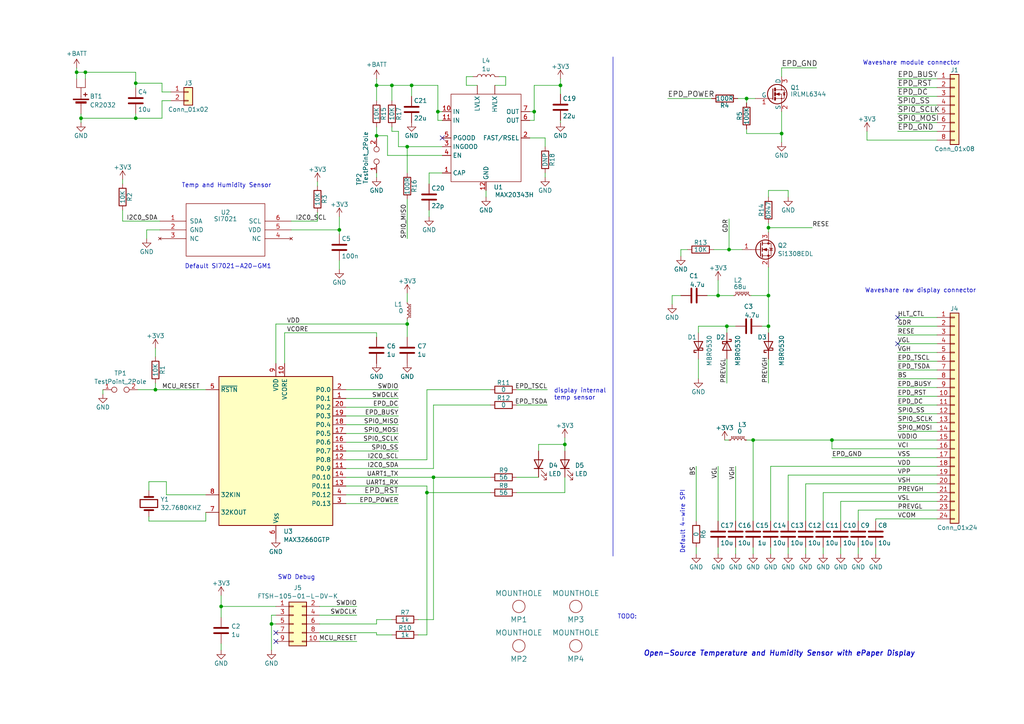
<source format=kicad_sch>
(kicad_sch (version 20230121) (generator eeschema)
  (paper "A4")
  (title_block (date "2023-11-28"))
  (junction (at 210.82 94.615))
  (junction (at 123.825 142.875))
  (junction (at 208.28 85.725))
  (junction (at 64.135 175.895))
  (junction (at 162.56 24.765))
  (junction (at 98.425 66.675))
  (junction (at 222.885 66.04))
  (junction (at 125.73 138.43))
  (junction (at 218.44 127.635))
  (junction (at 39.37 24.13))
  (junction (at 23.495 34.29))
  (junction (at 119.38 24.765))
  (junction (at 22.225 20.955))
  (junction (at 163.83 128.905))
  (junction (at 39.37 34.29))
  (junction (at 222.885 85.725))
  (junction (at 109.22 39.37))
  (junction (at 78.74 180.975))
  (junction (at 45.085 113.03))
  (junction (at 118.11 93.98))
  (junction (at 241.3 127.635))
  (junction (at 127 32.385))
  (junction (at 24.765 20.955))
  (junction (at 216.535 28.575))
  (junction (at 109.22 24.765))
  (junction (at 226.695 38.735))
  (junction (at 118.11 42.545))
  (junction (at 154.94 32.385))
  (junction (at 222.885 94.615))
  (junction (at 113.665 24.765))
  (junction (at 211.455 72.39))
  (no_connect (at 80.01 186.055))
  (no_connect (at 128.27 40.005))
  (no_connect (at 80.01 183.515))
  (no_connect (at 260.35 92.075))
  (no_connect (at 260.35 99.695))
  (wire (pts (xy 146.685 22.225) (xy 146.685 24.765)))
  (wire (pts (xy 128.27 42.545) (xy 118.11 42.545)))
  (wire (pts (xy 142.24 113.03) (xy 123.825 113.03)))
  (wire (pts (xy 100.33 125.73) (xy 115.57 125.73)))
  (wire (pts (xy 39.37 33.02) (xy 39.37 34.29)))
  (wire (pts (xy 243.84 158.75) (xy 243.84 160.655)))
  (wire (pts (xy 46.99 29.21) (xy 46.99 34.29)))
  (wire (pts (xy 118.11 42.545) (xy 118.11 50.165)))
  (wire (pts (xy 118.11 85.09) (xy 118.11 87.63)))
  (wire (pts (xy 92.71 175.895) (xy 103.505 175.895)))
  (wire (pts (xy 100.33 130.81) (xy 115.57 130.81)))
  (wire (pts (xy 127 32.385) (xy 127 34.925)))
  (wire (pts (xy 100.33 133.35) (xy 123.825 133.35)))
  (wire (pts (xy 42.545 66.675) (xy 42.545 69.215)))
  (wire (pts (xy 113.665 184.15) (xy 109.22 184.15)))
  (wire (pts (xy 119.38 24.765) (xy 119.38 27.94)))
  (wire (pts (xy 197.485 72.39) (xy 197.485 74.295)))
  (wire (pts (xy 46.99 26.67) (xy 49.53 26.67)))
  (wire (pts (xy 142.24 117.475) (xy 125.73 117.475)))
  (wire (pts (xy 84.455 64.135) (xy 92.075 64.135)))
  (wire (pts (xy 163.83 128.905) (xy 163.83 130.81)))
  (wire (pts (xy 201.93 135.255) (xy 201.93 151.13)))
  (wire (pts (xy 226.695 32.385) (xy 226.695 38.735)))
  (wire (pts (xy 127 32.385) (xy 128.27 32.385)))
  (wire (pts (xy 163.83 127) (xy 163.83 128.905)))
  (wire (pts (xy 146.685 24.765) (xy 143.51 24.765)))
  (wire (pts (xy 216.535 29.845) (xy 216.535 28.575)))
  (wire (pts (xy 207.01 72.39) (xy 211.455 72.39)))
  (wire (pts (xy 226.695 38.735) (xy 226.695 41.275)))
  (wire (pts (xy 98.425 62.865) (xy 98.425 66.675)))
  (wire (pts (xy 100.33 120.65) (xy 115.57 120.65)))
  (wire (pts (xy 251.46 40.64) (xy 271.78 40.64)))
  (wire (pts (xy 98.425 66.675) (xy 98.425 67.945)))
  (wire (pts (xy 78.74 178.435) (xy 78.74 180.975)))
  (wire (pts (xy 220.98 94.615) (xy 222.885 94.615)))
  (wire (pts (xy 92.71 186.055) (xy 103.505 186.055)))
  (wire (pts (xy 201.93 158.75) (xy 201.93 160.655)))
  (wire (pts (xy 271.78 38.1) (xy 260.35 38.1)))
  (wire (pts (xy 125.73 117.475) (xy 125.73 135.89)))
  (wire (pts (xy 248.92 151.13) (xy 248.92 147.955)))
  (wire (pts (xy 80.01 93.98) (xy 80.01 105.41)))
  (wire (pts (xy 112.395 39.37) (xy 109.22 39.37)))
  (wire (pts (xy 218.44 127.635) (xy 241.3 127.635)))
  (wire (pts (xy 45.085 113.03) (xy 59.69 113.03)))
  (wire (pts (xy 222.885 57.15) (xy 222.885 55.245)))
  (wire (pts (xy 118.11 97.79) (xy 118.11 93.98)))
  (wire (pts (xy 238.76 151.13) (xy 238.76 142.875)))
  (wire (pts (xy 202.565 94.615) (xy 202.565 96.52)))
  (wire (pts (xy 40.005 113.03) (xy 45.085 113.03)))
  (wire (pts (xy 260.35 97.155) (xy 271.78 97.155)))
  (wire (pts (xy 123.825 113.03) (xy 123.825 133.35)))
  (wire (pts (xy 260.35 122.555) (xy 271.78 122.555)))
  (wire (pts (xy 121.285 184.15) (xy 123.825 184.15)))
  (wire (pts (xy 59.69 143.51) (xy 48.26 143.51)))
  (wire (pts (xy 113.665 24.765) (xy 119.38 24.765)))
  (wire (pts (xy 238.76 142.875) (xy 271.78 142.875)))
  (wire (pts (xy 260.35 102.235) (xy 271.78 102.235)))
  (wire (pts (xy 260.35 125.095) (xy 271.78 125.095)))
  (wire (pts (xy 100.33 135.89) (xy 125.73 135.89)))
  (wire (pts (xy 123.825 142.875) (xy 142.24 142.875)))
  (wire (pts (xy 260.35 114.935) (xy 271.78 114.935)))
  (wire (pts (xy 213.36 135.255) (xy 213.36 151.13)))
  (wire (pts (xy 154.94 24.765) (xy 162.56 24.765)))
  (wire (pts (xy 208.28 85.725) (xy 212.725 85.725)))
  (wire (pts (xy 118.11 92.71) (xy 118.11 93.98)))
  (wire (pts (xy 46.99 34.29) (xy 39.37 34.29)))
  (wire (pts (xy 112.395 45.085) (xy 112.395 39.37)))
  (wire (pts (xy 228.6 55.245) (xy 228.6 57.15)))
  (wire (pts (xy 222.885 64.77) (xy 222.885 66.04)))
  (wire (pts (xy 154.94 32.385) (xy 154.94 24.765)))
  (wire (pts (xy 49.53 29.21) (xy 46.99 29.21)))
  (polyline (pts (xy 177.8 16.51) (xy 177.8 161.29)))
  (wire (pts (xy 216.535 127.635) (xy 218.44 127.635)))
  (wire (pts (xy 109.22 24.765) (xy 109.22 29.21)))
  (wire (pts (xy 222.885 94.615) (xy 222.885 96.52)))
  (wire (pts (xy 222.885 77.47) (xy 222.885 85.725)))
  (wire (pts (xy 222.885 66.04) (xy 235.585 66.04)))
  (wire (pts (xy 216.535 28.575) (xy 219.075 28.575)))
  (wire (pts (xy 118.11 57.785) (xy 118.11 69.215)))
  (wire (pts (xy 35.56 60.96) (xy 35.56 64.135)))
  (wire (pts (xy 260.35 112.395) (xy 271.78 112.395)))
  (wire (pts (xy 156.21 128.905) (xy 156.21 130.81)))
  (wire (pts (xy 64.135 175.895) (xy 64.135 179.07)))
  (wire (pts (xy 92.71 180.975) (xy 109.22 180.975)))
  (wire (pts (xy 223.52 158.75) (xy 223.52 160.655)))
  (wire (pts (xy 248.92 158.75) (xy 248.92 160.655)))
  (wire (pts (xy 271.78 33.02) (xy 260.35 33.02)))
  (wire (pts (xy 241.3 127.635) (xy 271.78 127.635)))
  (wire (pts (xy 218.44 158.75) (xy 218.44 160.655)))
  (wire (pts (xy 241.3 130.175) (xy 241.3 127.635)))
  (wire (pts (xy 260.35 99.695) (xy 271.78 99.695)))
  (wire (pts (xy 226.695 22.225) (xy 226.695 19.685)))
  (wire (pts (xy 39.37 20.955) (xy 39.37 24.13)))
  (wire (pts (xy 162.56 24.765) (xy 162.56 27.305)))
  (wire (pts (xy 222.885 55.245) (xy 228.6 55.245)))
  (wire (pts (xy 163.83 138.43) (xy 163.83 142.875)))
  (wire (pts (xy 43.18 149.86) (xy 43.18 151.13)))
  (wire (pts (xy 271.78 35.56) (xy 260.35 35.56)))
  (wire (pts (xy 162.56 22.86) (xy 162.56 24.765)))
  (wire (pts (xy 118.11 93.98) (xy 80.01 93.98)))
  (wire (pts (xy 208.28 135.255) (xy 208.28 151.13)))
  (wire (pts (xy 223.52 151.13) (xy 223.52 135.255)))
  (wire (pts (xy 115.57 38.1) (xy 115.57 42.545)))
  (wire (pts (xy 217.805 85.725) (xy 222.885 85.725)))
  (wire (pts (xy 124.46 60.96) (xy 124.46 62.865)))
  (wire (pts (xy 100.33 143.51) (xy 115.57 143.51)))
  (wire (pts (xy 271.78 22.86) (xy 260.35 22.86)))
  (wire (pts (xy 113.665 36.83) (xy 113.665 38.1)))
  (wire (pts (xy 113.665 38.1) (xy 115.57 38.1)))
  (wire (pts (xy 228.6 151.13) (xy 228.6 137.795)))
  (wire (pts (xy 243.84 145.415) (xy 271.78 145.415)))
  (wire (pts (xy 113.665 179.705) (xy 109.22 179.705)))
  (wire (pts (xy 22.225 20.955) (xy 22.225 22.86)))
  (wire (pts (xy 233.68 151.13) (xy 233.68 140.335)))
  (wire (pts (xy 24.765 20.955) (xy 39.37 20.955)))
  (wire (pts (xy 197.485 85.725) (xy 194.945 85.725)))
  (wire (pts (xy 210.185 127.635) (xy 211.455 127.635)))
  (wire (pts (xy 45.085 100.965) (xy 45.085 103.505)))
  (wire (pts (xy 260.35 94.615) (xy 271.78 94.615)))
  (wire (pts (xy 22.225 19.685) (xy 22.225 20.955)))
  (wire (pts (xy 149.86 113.03) (xy 158.75 113.03)))
  (wire (pts (xy 43.18 139.7) (xy 43.18 142.24)))
  (wire (pts (xy 125.73 138.43) (xy 142.24 138.43)))
  (wire (pts (xy 109.22 179.705) (xy 109.22 180.975)))
  (wire (pts (xy 109.22 96.52) (xy 109.22 97.79)))
  (wire (pts (xy 254 151.13) (xy 254 150.495)))
  (wire (pts (xy 162.56 34.925) (xy 162.56 35.56)))
  (wire (pts (xy 149.86 142.875) (xy 163.83 142.875)))
  (wire (pts (xy 254 150.495) (xy 271.78 150.495)))
  (wire (pts (xy 127 24.765) (xy 119.38 24.765)))
  (wire (pts (xy 92.71 178.435) (xy 103.505 178.435)))
  (wire (pts (xy 29.845 113.03) (xy 29.845 114.3)))
  (wire (pts (xy 158.115 40.005) (xy 158.115 42.545)))
  (wire (pts (xy 241.3 132.715) (xy 271.78 132.715)))
  (wire (pts (xy 113.665 24.765) (xy 113.665 29.21)))
  (wire (pts (xy 163.83 128.905) (xy 156.21 128.905)))
  (wire (pts (xy 22.225 20.955) (xy 24.765 20.955)))
  (wire (pts (xy 109.22 39.37) (xy 109.22 40.005)))
  (wire (pts (xy 109.22 50.165) (xy 109.22 51.435)))
  (wire (pts (xy 222.885 104.14) (xy 222.885 111.125)))
  (wire (pts (xy 271.78 25.4) (xy 260.35 25.4)))
  (wire (pts (xy 35.56 64.135) (xy 46.355 64.135)))
  (wire (pts (xy 128.27 34.925) (xy 127 34.925)))
  (wire (pts (xy 213.995 28.575) (xy 216.535 28.575)))
  (wire (pts (xy 260.35 92.075) (xy 271.78 92.075)))
  (wire (pts (xy 123.825 140.97) (xy 123.825 142.875)))
  (wire (pts (xy 260.35 117.475) (xy 271.78 117.475)))
  (wire (pts (xy 124.46 50.165) (xy 124.46 53.34)))
  (wire (pts (xy 153.67 32.385) (xy 154.94 32.385)))
  (wire (pts (xy 92.71 183.515) (xy 109.22 183.515)))
  (wire (pts (xy 213.36 94.615) (xy 210.82 94.615)))
  (wire (pts (xy 228.6 158.75) (xy 228.6 160.655)))
  (wire (pts (xy 59.69 151.13) (xy 43.18 151.13)))
  (wire (pts (xy 45.085 111.125) (xy 45.085 113.03)))
  (wire (pts (xy 206.375 28.575) (xy 193.675 28.575)))
  (wire (pts (xy 84.455 66.675) (xy 98.425 66.675)))
  (wire (pts (xy 210.82 94.615) (xy 210.82 96.52)))
  (wire (pts (xy 92.075 52.705) (xy 92.075 53.975)))
  (wire (pts (xy 115.57 42.545) (xy 118.11 42.545)))
  (wire (pts (xy 140.97 55.245) (xy 140.97 57.15)))
  (wire (pts (xy 271.78 30.48) (xy 260.35 30.48)))
  (wire (pts (xy 46.99 24.13) (xy 46.99 26.67)))
  (wire (pts (xy 39.37 24.13) (xy 39.37 25.4)))
  (wire (pts (xy 208.28 158.75) (xy 208.28 160.655)))
  (wire (pts (xy 125.73 179.705) (xy 125.73 138.43)))
  (wire (pts (xy 109.22 183.515) (xy 109.22 184.15)))
  (wire (pts (xy 243.84 151.13) (xy 243.84 145.415)))
  (wire (pts (xy 202.565 104.14) (xy 202.565 109.855)))
  (wire (pts (xy 216.535 38.735) (xy 226.695 38.735)))
  (wire (pts (xy 137.16 22.225) (xy 135.255 22.225)))
  (wire (pts (xy 149.86 138.43) (xy 156.21 138.43)))
  (wire (pts (xy 59.69 148.59) (xy 59.69 151.13)))
  (wire (pts (xy 128.27 45.085) (xy 112.395 45.085)))
  (wire (pts (xy 158.115 50.165) (xy 158.115 51.435)))
  (wire (pts (xy 233.68 140.335) (xy 271.78 140.335)))
  (wire (pts (xy 82.55 105.41) (xy 82.55 96.52)))
  (wire (pts (xy 109.22 36.83) (xy 109.22 39.37)))
  (wire (pts (xy 100.33 138.43) (xy 125.73 138.43)))
  (wire (pts (xy 153.67 40.005) (xy 158.115 40.005)))
  (wire (pts (xy 123.825 142.875) (xy 123.825 184.15)))
  (wire (pts (xy 23.495 34.29) (xy 23.495 35.56)))
  (wire (pts (xy 92.075 64.135) (xy 92.075 61.595)))
  (wire (pts (xy 100.33 118.11) (xy 115.57 118.11)))
  (wire (pts (xy 46.99 24.13) (xy 39.37 24.13)))
  (wire (pts (xy 100.33 146.05) (xy 115.57 146.05)))
  (wire (pts (xy 194.945 85.725) (xy 194.945 88.265)))
  (wire (pts (xy 199.39 72.39) (xy 197.485 72.39)))
  (wire (pts (xy 260.35 120.015) (xy 271.78 120.015)))
  (wire (pts (xy 128.27 50.165) (xy 124.46 50.165)))
  (wire (pts (xy 241.3 130.175) (xy 271.78 130.175)))
  (wire (pts (xy 238.76 158.75) (xy 238.76 160.655)))
  (wire (pts (xy 254 158.75) (xy 254 160.655)))
  (wire (pts (xy 248.92 147.955) (xy 271.78 147.955)))
  (wire (pts (xy 23.495 33.02) (xy 23.495 34.29)))
  (wire (pts (xy 78.74 180.975) (xy 80.01 180.975)))
  (wire (pts (xy 35.56 52.07) (xy 35.56 53.34)))
  (wire (pts (xy 46.355 66.675) (xy 42.545 66.675)))
  (wire (pts (xy 23.495 34.29) (xy 39.37 34.29)))
  (wire (pts (xy 100.33 128.27) (xy 115.57 128.27)))
  (wire (pts (xy 78.74 180.975) (xy 78.74 188.595)))
  (wire (pts (xy 222.885 66.04) (xy 222.885 67.31)))
  (wire (pts (xy 222.885 85.725) (xy 222.885 94.615)))
  (wire (pts (xy 260.35 107.315) (xy 271.78 107.315)))
  (wire (pts (xy 210.82 104.14) (xy 210.82 111.125)))
  (wire (pts (xy 48.26 139.7) (xy 43.18 139.7)))
  (wire (pts (xy 100.33 140.97) (xy 123.825 140.97)))
  (wire (pts (xy 64.135 186.69) (xy 64.135 188.595)))
  (wire (pts (xy 24.765 22.86) (xy 24.765 20.955)))
  (wire (pts (xy 153.67 34.925) (xy 154.94 34.925)))
  (wire (pts (xy 121.285 179.705) (xy 125.73 179.705)))
  (wire (pts (xy 82.55 96.52) (xy 109.22 96.52)))
  (wire (pts (xy 144.78 22.225) (xy 146.685 22.225)))
  (wire (pts (xy 80.01 178.435) (xy 78.74 178.435)))
  (wire (pts (xy 233.68 158.75) (xy 233.68 160.655)))
  (wire (pts (xy 223.52 135.255) (xy 271.78 135.255)))
  (wire (pts (xy 48.26 143.51) (xy 48.26 139.7)))
  (wire (pts (xy 260.35 109.855) (xy 271.78 109.855)))
  (wire (pts (xy 213.36 158.75) (xy 213.36 160.655)))
  (wire (pts (xy 98.425 78.105) (xy 98.425 75.565)))
  (wire (pts (xy 149.86 117.475) (xy 158.75 117.475)))
  (wire (pts (xy 154.94 34.925) (xy 154.94 32.385)))
  (wire (pts (xy 80.01 175.895) (xy 64.135 175.895)))
  (wire (pts (xy 260.35 104.775) (xy 271.78 104.775)))
  (wire (pts (xy 100.33 113.03) (xy 115.57 113.03)))
  (wire (pts (xy 226.695 19.685) (xy 236.855 19.685)))
  (wire (pts (xy 211.455 72.39) (xy 215.265 72.39)))
  (wire (pts (xy 64.135 172.72) (xy 64.135 175.895)))
  (wire (pts (xy 210.82 94.615) (xy 202.565 94.615)))
  (wire (pts (xy 271.78 27.94) (xy 260.35 27.94)))
  (wire (pts (xy 100.33 123.19) (xy 115.57 123.19)))
  (wire (pts (xy 205.105 85.725) (xy 208.28 85.725)))
  (wire (pts (xy 100.33 115.57) (xy 115.57 115.57)))
  (wire (pts (xy 135.255 24.765) (xy 138.43 24.765)))
  (wire (pts (xy 251.46 40.64) (xy 251.46 38.1)))
  (wire (pts (xy 135.255 22.225) (xy 135.255 24.765)))
  (wire (pts (xy 216.535 37.465) (xy 216.535 38.735)))
  (wire (pts (xy 218.44 151.13) (xy 218.44 127.635)))
  (wire (pts (xy 127 24.765) (xy 127 32.385)))
  (wire (pts (xy 109.22 24.765) (xy 113.665 24.765)))
  (wire (pts (xy 228.6 137.795) (xy 271.78 137.795)))
  (wire (pts (xy 208.28 81.28) (xy 208.28 85.725)))
  (wire (pts (xy 109.22 24.765) (xy 109.22 22.86)))
  (wire (pts (xy 211.455 63.5) (xy 211.455 72.39)))
  (text "Default 4-wire SPI" (at 198.755 160.655 90) (effects (font (size 1.27 1.27)) (justify left bottom)))
  (text "Open-Source Temperature and Humidity Sensor with ePaper Display" (at 265.43 190.5 0) (effects (font (size 1.5 1.5) (thickness 0.254) bold italic) (justify right bottom)))
  (text "display internal\ntemp sensor" (at 160.655 116.205 0) (effects (font (size 1.27 1.27)) (justify left bottom)))
  (text "Temp and Humidity Sensor" (at 78.74 54.61 0) (effects (font (size 1.27 1.27)) (justify right bottom)))
  (text "Waveshare module connector" (at 250.19 19.05 0) (effects (font (size 1.27 1.27)) (justify left bottom)))
  (text "TODO: \n" (at 179.07 179.705 0) (effects (font (size 1.27 1.27)) (justify left bottom)))
  (text "Waveshare raw display connector" (at 250.825 85.09 0) (effects (font (size 1.27 1.27)) (justify left bottom)))
  (text "SWD Debug" (at 91.44 168.275 0) (effects (font (size 1.27 1.27)) (justify right bottom)))
  (text "Default SI7021-A20-GM1" (at 78.74 78.105 0) (effects (font (size 1.27 1.27)) (justify right bottom)))
  (label "VSH" (at 260.35 140.335 0))
  (label "PREVGL" (at 210.82 111.125 90))
  (label "EPD_BUSY" (at 260.35 112.395 0))
  (label "SPI0_SS" (at 115.57 130.81 180))
  (label "PREVGH" (at 260.35 142.875 0))
  (label "EPD_POWER" (at 115.57 146.05 180))
  (label "SPI0_MOSI" (at 260.35 35.56 0) (effects (font (size 1.524 1.524))))
  (label "VDD" (at 83.185 93.98 0))
  (label "VPP" (at 260.35 137.795 0))
  (label "SPI0_MOSI" (at 260.35 125.095 0))
  (label "I2C0_SDA" (at 115.57 135.89 180))
  (label "PREVGL" (at 260.35 147.955 0))
  (label "BS" (at 260.35 109.855 0))
  (label "EPD_DC" (at 260.35 27.94 0) (effects (font (size 1.524 1.524))))
  (label "SPI0_SCLK" (at 260.35 33.02 0) (effects (font (size 1.524 1.524))))
  (label "UART1_TX" (at 115.57 138.43 180))
  (label "EPD_RST" (at 115.57 143.51 180) (effects (font (size 1.524 1.524))))
  (label "EPD_GND" (at 260.35 38.1 0) (effects (font (size 1.524 1.524))))
  (label "SWDIO" (at 115.57 113.03 180))
  (label "MCU_RESET" (at 46.99 113.03 0))
  (label "VGH" (at 213.36 135.255 270))
  (label "VCI" (at 260.35 130.175 0))
  (label "GDR" (at 211.455 63.5 270))
  (label "VGH" (at 260.35 102.235 0))
  (label "I2C0_SCL" (at 115.57 133.35 180))
  (label "EPD_DC" (at 260.35 117.475 0))
  (label "SWDCLK" (at 115.57 115.57 180))
  (label "VSS" (at 260.35 132.715 0))
  (label "SPI0_SCLK" (at 260.35 122.555 0))
  (label "HLT_CTL" (at 260.35 92.075 0))
  (label "I2C0_SDA" (at 45.72 64.135 180))
  (label "VDDIO" (at 260.35 127.635 0))
  (label "VSL" (at 260.35 145.415 0))
  (label "EPD_TSCL" (at 260.35 104.775 0))
  (label "EPD_RST" (at 260.35 25.4 0) (effects (font (size 1.524 1.524))))
  (label "PREVGH" (at 222.885 111.125 90))
  (label "EPD_RST" (at 260.35 114.935 0))
  (label "SPI0_SCLK" (at 115.57 128.27 180))
  (label "SPI0_MOSI" (at 115.57 125.73 180))
  (label "VDD" (at 260.35 135.255 0))
  (label "EPD_GND" (at 226.695 19.685 0) (effects (font (size 1.524 1.524))))
  (label "VGL" (at 208.28 135.255 270))
  (label "EPD_GND" (at 241.3 132.715 0))
  (label "SPI0_MISO" (at 115.57 123.19 180))
  (label "SPI0_SS" (at 260.35 30.48 0) (effects (font (size 1.524 1.524))))
  (label "I2C0_SCL" (at 85.725 64.135 0))
  (label "GDR" (at 260.35 94.615 0))
  (label "SPI0_MISO" (at 118.11 69.215 90))
  (label "EPD_DC" (at 115.57 118.11 180))
  (label "EPD_TSDA" (at 260.35 107.315 0))
  (label "RESE" (at 235.585 66.04 0))
  (label "VGL" (at 260.35 99.695 0))
  (label "SWDCLK" (at 103.505 178.435 180))
  (label "SWDIO" (at 103.505 175.895 180))
  (label "EPD_BUSY" (at 115.57 120.65 180))
  (label "VCORE" (at 83.185 96.52 0))
  (label "MCU_RESET" (at 103.505 186.055 180))
  (label "EPD_TSCL" (at 158.75 113.03 180))
  (label "UART1_RX" (at 115.57 140.97 180))
  (label "EPD_POWER" (at 193.675 28.575 0) (effects (font (size 1.524 1.524))))
  (label "VCOM" (at 260.35 150.495 0))
  (label "RESE" (at 260.35 97.155 0))
  (label "EPD_TSDA" (at 158.75 117.475 180))
  (label "SPI0_SS" (at 260.35 120.015 0))
  (label "EPD_BUSY" (at 260.35 22.86 0) (effects (font (size 1.524 1.524))))
  (label "BS" (at 201.93 135.255 270))
  (symbol (lib_id "TemperatureHumidityEPD-rescue:SI7021") (at 65.405 66.675 0) (unit 1)
    (property "Reference" "U2" (at 65.405 61.595 0))
    (property "Value" "SI7021" (at 65.405 63.5 0))
    (property "Footprint" "Silabs_custom:SI7021" (effects hide))
    (property "Datasheet" "https://www.silabs.com/documents/public/data-sheets/Si7021-A20.pdf" (effects hide))
    (property "Part Number" "SI7021-A20-GM1" (effects hide))
    (property "Description" "IC, temperature and humidity sensor, SMT, DFN6_3x3" (effects hide))
  )
  (symbol (lib_id "TemperatureHumidityEPD-rescue:R") (at 35.56 57.15 0) (unit 1)
    (property "Reference" "R2" (at 37.592 57.15 90))
    (property "Value" "10K" (at 35.56 57.15 90))
    (property "Footprint" "Resistor_SMD:R_0603_1608Metric_Pad0.98x0.95mm_HandSolder" (effects hide))
    (property "Description" "resistor, 10k, 0.1W, thin film, 1%, 50ppm, SMT, 0603 (1603)" (effects hide))
    (property "Part Number" "RT0603FRE0710KL" (effects hide))
  )
  (symbol (lib_id "TemperatureHumidityEPD-rescue:R") (at 92.075 57.785 0) (unit 1)
    (property "Reference" "R3" (at 94.107 57.785 90))
    (property "Value" "10K" (at 92.075 57.785 90))
    (property "Footprint" "Resistor_SMD:R_0603_1608Metric_Pad0.98x0.95mm_HandSolder" (effects hide))
    (property "Description" "resistor, 10k, 0.1W, thin film, 1%, 50ppm, SMT, 0603 (1603)" (effects hide))
    (property "Part Number" "RT0603FRE0710KL" (effects hide))
  )
  (symbol (lib_id "TemperatureHumidityEPD-rescue:Conn_01x02") (at 54.61 26.67 0) (unit 1)
    (property "Reference" "J3" (at 54.61 24.13 0))
    (property "Value" "Conn_01x02" (at 54.61 31.75 0))
    (property "Footprint" "Pin_Headers:Pin_Header_Straight_1x02_Pitch2.54mm" (effects hide))
  )
  (symbol (lib_id "Connectors_Custom:Battery_Cell_Holder") (at 23.495 30.48 0) (unit 1)
    (property "Reference" "BT1" (at 26.035 27.94 0) (effects (justify left)))
    (property "Value" "CR2032" (at 26.035 30.48 0) (effects (justify left)))
    (property "Footprint" "Connectors_Custom:BatteryHolder_TE_BATT-HLD-000_1x2032" (effects hide))
    (property "Part Number" "BAT-HLD-001" (effects hide))
  )
  (symbol (lib_id "TemperatureHumidityEPD-rescue:GND") (at 23.495 35.56 0) (unit 1)
    (property "Reference" "#PWR02" (effects hide))
    (property "Value" "GND" (at 23.495 39.37 0))
  )
  (symbol (lib_id "TemperatureHumidityEPD-rescue:+3V3") (at 35.56 52.07 0) (unit 1)
    (property "Reference" "#PWR06" (effects hide))
    (property "Value" "+3V3" (at 35.56 48.514 0))
  )
  (symbol (lib_id "TemperatureHumidityEPD-rescue:+3V3") (at 92.075 52.705 0) (unit 1)
    (property "Reference" "#PWR07" (effects hide))
    (property "Value" "+3V3" (at 92.075 49.149 0))
  )
  (symbol (lib_id "TemperatureHumidityEPD-rescue:C") (at 39.37 29.21 0) (unit 1)
    (property "Reference" "C4" (at 40.005 26.67 0) (effects (justify left)))
    (property "Value" "10u" (at 40.005 31.75 0) (effects (justify left)))
    (property "Footprint" "Capacitor_SMD:C_0603_1608Metric_Pad1.08x0.95mm_HandSolder" (effects hide))
    (property "Description" "capacitor, 10u, 10%, 10V, ceramic, X7T, SMT, 0603 (1608)" (effects hide))
    (property "Part Number" "GRM188D71A106KA73J" (effects hide))
  )
  (symbol (lib_id "TemperatureHumidityEPD-rescue:Conn_01x08") (at 276.86 30.48 0) (unit 1)
    (property "Reference" "J1" (at 276.86 20.32 0))
    (property "Value" "Conn_01x08" (at 276.86 43.18 0))
    (property "Footprint" "Pin_Headers:Pin_Header_Straight_1x08_Pitch2.54mm" (effects hide))
  )
  (symbol (lib_id "TemperatureHumidityEPD-rescue:+3V3") (at 251.46 38.1 0) (unit 1)
    (property "Reference" "#PWR08" (effects hide))
    (property "Value" "+3V3" (at 251.46 34.544 0))
  )
  (symbol (lib_id "TemperatureHumidityEPD-rescue:GND") (at 226.695 41.275 0) (unit 1)
    (property "Reference" "#PWR09" (effects hide))
    (property "Value" "GND" (at 226.695 45.085 0))
  )
  (symbol (lib_id "TemperatureHumidityEPD-rescue:+3V3") (at 98.425 62.865 0) (unit 1)
    (property "Reference" "#PWR013" (effects hide))
    (property "Value" "+3V3" (at 98.425 59.309 0))
  )
  (symbol (lib_id "TemperatureHumidityEPD-rescue:GND") (at 42.545 69.215 0) (unit 1)
    (property "Reference" "#PWR014" (effects hide))
    (property "Value" "GND" (at 42.545 73.025 0))
  )
  (symbol (lib_id "TemperatureHumidityEPD-rescue:C") (at 98.425 71.755 0) (unit 1)
    (property "Reference" "C5" (at 99.06 69.215 0) (effects (justify left)))
    (property "Value" "100n" (at 99.06 74.295 0) (effects (justify left)))
    (property "Footprint" "Capacitor_SMD:C_0603_1608Metric_Pad1.08x0.95mm_HandSolder" (effects hide))
    (property "Description" "capacitor, 0.1u, 5%, 16V, ceramic, X7R, SMT, 0603 (1608)" (effects hide))
    (property "Part Number" "C0603C104K3RACTU" (effects hide))
  )
  (symbol (lib_id "TemperatureHumidityEPD-rescue:GND") (at 98.425 78.105 0) (unit 1)
    (property "Reference" "#PWR017" (effects hide))
    (property "Value" "GND" (at 98.425 81.915 0))
  )
  (symbol (lib_id "TemperatureHumidityEPD-rescue:MOUNTHOLE") (at 150.495 175.895 0) (unit 1)
    (property "Reference" "MP1" (at 150.495 179.705 0) (effects (font (size 1.524 1.524))))
    (property "Value" "MOUNTHOLE" (at 150.495 172.085 0) (effects (font (size 1.524 1.524))))
    (property "Footprint" "KevinLibrary:TH-M3" (effects hide))
  )
  (symbol (lib_id "TemperatureHumidityEPD-rescue:MOUNTHOLE") (at 167.005 175.895 0) (unit 1)
    (property "Reference" "MP3" (at 167.005 179.705 0) (effects (font (size 1.524 1.524))))
    (property "Value" "MOUNTHOLE" (at 167.005 172.085 0) (effects (font (size 1.524 1.524))))
    (property "Footprint" "KevinLibrary:TH-M3" (effects hide))
  )
  (symbol (lib_id "TemperatureHumidityEPD-rescue:MOUNTHOLE") (at 150.495 187.325 0) (unit 1)
    (property "Reference" "MP2" (at 150.495 191.135 0) (effects (font (size 1.524 1.524))))
    (property "Value" "MOUNTHOLE" (at 150.495 183.515 0) (effects (font (size 1.524 1.524))))
    (property "Footprint" "KevinLibrary:TH-M3" (effects hide))
  )
  (symbol (lib_id "TemperatureHumidityEPD-rescue:MOUNTHOLE") (at 167.005 187.325 0) (unit 1)
    (property "Reference" "MP4" (at 167.005 191.135 0) (effects (font (size 1.524 1.524))))
    (property "Value" "MOUNTHOLE" (at 167.005 183.515 0) (effects (font (size 1.524 1.524))))
    (property "Footprint" "KevinLibrary:TH-M3" (effects hide))
  )
  (symbol (lib_id "TemperatureHumidityEPD-rescue:IRLML6344") (at 224.155 27.305 0) (unit 1)
    (property "Reference" "Q1" (at 229.235 25.4 0) (effects (justify left)))
    (property "Value" "IRLML6344" (at 229.235 27.305 0) (effects (justify left)))
    (property "Footprint" "TO_SOT_Packages_SMD:SOT-23" (effects hide))
    (property "Part Number" "IRLML6344TRPBF" (effects hide))
    (property "Description" "mosfet, n-ch, 30Vds, 5A, 29mohm, 800mVth, SOT-23-3" (effects hide))
  )
  (symbol (lib_id "TemperatureHumidityEPD-rescue:R") (at 210.185 28.575 270) (unit 1)
    (property "Reference" "R4" (at 210.185 30.607 90))
    (property "Value" "100R" (at 210.185 28.575 90))
    (property "Footprint" "Resistor_SMD:R_0603_1608Metric_Pad0.98x0.95mm_HandSolder" (effects hide))
    (property "Description" "resistor, 100, 0.1W, thin film, 1%, 50ppm, SMT, 0603 (1603)" (effects hide))
    (property "Part Number" "RT0603FRE07100RL" (effects hide))
  )
  (symbol (lib_id "TemperatureHumidityEPD-rescue:R") (at 216.535 33.655 180) (unit 1)
    (property "Reference" "R5" (at 214.503 33.655 90))
    (property "Value" "100K" (at 216.535 33.655 90))
    (property "Footprint" "Resistor_SMD:R_0603_1608Metric_Pad0.98x0.95mm_HandSolder" (effects hide))
    (property "Description" "resistor, 100k, 0.1W, thin film, 1%, 50ppm, SMT, 0603 (1603)" (effects hide))
    (property "Part Number" "RT0603FRE07100KL" (effects hide))
  )
  (symbol (lib_id "TemperatureHumidityEPD-rescue:+3V3") (at 64.135 172.72 0) (unit 1)
    (property "Reference" "#PWR010" (effects hide))
    (property "Value" "+3V3" (at 64.135 169.164 0))
  )
  (symbol (lib_id "TemperatureHumidityEPD-rescue:GND") (at 109.22 105.41 0) (unit 1)
    (property "Reference" "#PWR020" (effects hide))
    (property "Value" "GND" (at 109.22 109.22 0))
  )
  (symbol (lib_id "power:+BATT") (at 109.22 22.86 0) (unit 1)
    (property "Reference" "#PWR016" (effects hide))
    (property "Value" "+BATT" (at 109.22 18.7269 0))
  )
  (symbol (lib_id "TemperatureHumidityEPD-rescue:C") (at 233.68 154.94 0) (unit 1)
    (property "Reference" "C12" (at 234.315 152.4 0) (effects (justify left)))
    (property "Value" "10u" (at 234.315 157.48 0) (effects (justify left)))
    (property "Footprint" "Capacitor_SMD:C_0603_1608Metric_Pad1.08x0.95mm_HandSolder" (effects hide))
    (property "Description" "capacitor, 10u, 10%, 10V, ceramic, X7T, SMT, 0603 (1608)" (effects hide))
    (property "Part Number" "GRM188D71A106KA73J" (effects hide))
  )
  (symbol (lib_id "TemperatureHumidityEPD-rescue:C") (at 243.84 154.94 0) (unit 1)
    (property "Reference" "C10" (at 244.475 152.4 0) (effects (justify left)))
    (property "Value" "10u" (at 244.475 157.48 0) (effects (justify left)))
    (property "Footprint" "Capacitor_SMD:C_0603_1608Metric_Pad1.08x0.95mm_HandSolder" (effects hide))
    (property "Description" "capacitor, 10u, 10%, 10V, ceramic, X7T, SMT, 0603 (1608)" (effects hide))
    (property "Part Number" "GRM188D71A106KA73J" (effects hide))
  )
  (symbol (lib_id "TemperatureHumidityEPD-rescue:GND") (at 140.97 57.15 0) (unit 1)
    (property "Reference" "#PWR039" (effects hide))
    (property "Value" "GND" (at 140.97 60.96 0))
  )
  (symbol (lib_id "TemperatureHumidityEPD-rescue:C") (at 201.295 85.725 90) (unit 1)
    (property "Reference" "C1" (at 202.565 80.01 90) (effects (justify left)))
    (property "Value" "4.7u" (at 204.47 82.55 90) (effects (justify left)))
    (property "Footprint" "Capacitors_SMD:C_0805_HandSoldering" (effects hide))
    (property "Description" "capacitor, 4.7u, 10%, 25V, ceramic, X7S, SMT, 0805 (2012)" (effects hide))
    (property "Part Number" "GRM21BC71E475KE11L" (effects hide))
  )
  (symbol (lib_id "Connector:TestPoint_2Pole") (at 34.925 113.03 0) (unit 1)
    (property "Reference" "TP1" (at 34.925 108.2507 0))
    (property "Value" "TestPoint_2Pole" (at 34.925 110.6749 0))
    (property "Footprint" "TestPoint:TestPoint_Bridge_Pitch2.54mm_Drill1.0mm" (effects hide))
  )
  (symbol (lib_id "TemperatureHumidityEPD-rescue:R") (at 45.085 107.315 0) (unit 1)
    (property "Reference" "R1" (at 47.117 107.315 90))
    (property "Value" "10K" (at 45.085 107.315 90))
    (property "Footprint" "Resistor_SMD:R_0603_1608Metric_Pad0.98x0.95mm_HandSolder" (effects hide))
    (property "Description" "resistor, 10k, 0.1W, thin film, 1%, 50ppm, SMT, 0603 (1603)" (effects hide))
    (property "Part Number" "RT0603FRE0710KL" (effects hide))
  )
  (symbol (lib_id "TemperatureHumidityEPD-rescue:R") (at 118.11 53.975 0) (unit 1)
    (property "Reference" "R16" (at 120.142 53.975 90))
    (property "Value" "100R" (at 118.11 53.975 90))
    (property "Footprint" "Resistor_SMD:R_0603_1608Metric_Pad0.98x0.95mm_HandSolder" (effects hide))
    (property "Description" "resistor, 100, 0.1W, thin film, 1%, 50ppm, SMT, 0603 (1603)" (effects hide))
    (property "Part Number" "RT0603FRE07100RL" (effects hide))
  )
  (symbol (lib_id "TemperatureHumidityEPD-rescue:R") (at 203.2 72.39 90) (unit 1)
    (property "Reference" "R13" (at 203.2 70.358 90))
    (property "Value" "10K" (at 203.2 72.39 90))
    (property "Footprint" "Resistor_SMD:R_0603_1608Metric_Pad0.98x0.95mm_HandSolder" (effects hide))
    (property "Description" "resistor, 10k, 0.1W, thin film, 1%, 50ppm, SMT, 0603 (1603)" (effects hide))
    (property "Part Number" "RT0603FRE0710KL" (effects hide))
  )
  (symbol (lib_id "Device:L") (at 140.97 22.225 90) (unit 1)
    (property "Reference" "L4" (at 140.97 17.5754 90))
    (property "Value" "1u" (at 140.97 19.9996 90))
    (property "Footprint" "Inductors_Custom:L_0805_2016Metric" (effects hide))
    (property "Datasheet" "https://product.tdk.com/system/files/dam/doc/product/inductor/inductor/smd/catalog/inductor_commercial_power_mlp2016_en.pdf" (effects hide))
    (property "Description" "inductor, 1u, 20%, 1A, 117mohm, SMD, 0806 (2016)" (effects hide))
    (property "Part Number" "MLP2016S1R0MT0S1" (effects hide))
  )
  (symbol (lib_id "TemperatureHumidityEPD-rescue:C") (at 213.36 154.94 0) (unit 1)
    (property "Reference" "C16" (at 213.995 152.4 0) (effects (justify left)))
    (property "Value" "10u" (at 213.995 157.48 0) (effects (justify left)))
    (property "Footprint" "Capacitor_SMD:C_0603_1608Metric_Pad1.08x0.95mm_HandSolder" (effects hide))
    (property "Description" "capacitor, 10u, 10%, 10V, ceramic, X7T, SMT, 0603 (1608)" (effects hide))
    (property "Part Number" "GRM188D71A106KA73J" (effects hide))
  )
  (symbol (lib_id "TemperatureHumidityEPD-rescue:GND") (at 80.01 156.21 0) (unit 1)
    (property "Reference" "#PWR03" (effects hide))
    (property "Value" "GND" (at 80.01 160.02 0))
  )
  (symbol (lib_id "TemperatureHumidityEPD-rescue:R") (at 146.05 113.03 90) (unit 1)
    (property "Reference" "R11" (at 146.05 110.998 90))
    (property "Value" "0" (at 146.05 113.03 90))
    (property "Footprint" "Resistor_SMD:R_0603_1608Metric_Pad0.98x0.95mm_HandSolder" (effects hide))
    (property "Part Number" "RCS06030000Z0EC" (effects hide))
    (property "Description" "resistor, 0, 0.25W, thick film, SMT, 0603 (1608)" (effects hide))
  )
  (symbol (lib_id "TemperatureHumidityEPD-rescue:GND") (at 228.6 160.655 0) (unit 1)
    (property "Reference" "#PWR027" (effects hide))
    (property "Value" "GND" (at 228.6 164.465 0))
  )
  (symbol (lib_id "TemperatureHumidityEPD-rescue:C") (at 124.46 57.15 0) (unit 1)
    (property "Reference" "C20" (at 125.095 54.61 0) (effects (justify left)))
    (property "Value" "22p" (at 125.095 59.69 0) (effects (justify left)))
    (property "Footprint" "Capacitor_SMD:C_0603_1608Metric_Pad1.08x0.95mm_HandSolder" (effects hide))
    (property "Description" "capacitor, 22p, 5%, 50V, ceramic, C0G, SMT, 0603 (1608)" (effects hide))
    (property "Part Number" "CC0603JRNPO9BN220" (effects hide))
  )
  (symbol (lib_id "TemperatureHumidityEPD-rescue:R") (at 146.05 142.875 90) (unit 1)
    (property "Reference" "R8" (at 146.05 140.843 90))
    (property "Value" "56" (at 146.05 142.875 90))
    (property "Footprint" "Resistor_SMD:R_0603_1608Metric_Pad0.98x0.95mm_HandSolder" (effects hide))
    (property "Part Number" "RC0603FR-0756RL" (effects hide))
    (property "Description" "resistor, 56, 0.1W, thick film, 1%, SMT, 0603 (1608)" (effects hide))
  )
  (symbol (lib_id "Device:C") (at 218.44 154.94 0) (unit 1)
    (property "Reference" "C15" (at 219.075 152.4 0) (effects (justify left)))
    (property "Value" "1u" (at 219.71 157.48 0) (effects (justify left)))
    (property "Footprint" "Capacitor_SMD:C_0603_1608Metric_Pad1.08x0.95mm_HandSolder" (effects hide))
    (property "Description" "capacitor, 1u, 10%, 10V, ceramic, X7R, SMT, 0603 (1608)" (effects hide))
    (property "Part Number" "C1608X7R1A105K080AC" (effects hide))
  )
  (symbol (lib_id "TemperatureHumidityEPD-rescue:R") (at 146.05 117.475 90) (unit 1)
    (property "Reference" "R12" (at 146.05 115.443 90))
    (property "Value" "0" (at 146.05 117.475 90))
    (property "Footprint" "Resistor_SMD:R_0603_1608Metric_Pad0.98x0.95mm_HandSolder" (effects hide))
    (property "Part Number" "RCS06030000Z0EC" (effects hide))
    (property "Description" "resistor, 0, 0.25W, thick film, SMT, 0603 (1608)" (effects hide))
  )
  (symbol (lib_id "TemperatureHumidityEPD-rescue:GND") (at 201.93 160.655 0) (unit 1)
    (property "Reference" "#PWR032" (effects hide))
    (property "Value" "GND" (at 201.93 164.465 0))
  )
  (symbol (lib_id "Diode:MBR0530") (at 202.565 100.33 90) (unit 1)
    (property "Reference" "D1" (at 199.39 97.79 90) (effects (justify right)))
    (property "Value" "MBR0530" (at 205.74 97.155 0) (effects (justify right)))
    (property "Footprint" "Diode_SMD:D_SOD-123" (effects hide))
    (property "Datasheet" "http://www.mccsemi.com/up_pdf/MBR0520~MBR0580(SOD123).pdf" (effects hide))
    (property "Description" "diode, Schottky, 30Vr, 0.5A, SMT, SOD-123-3" (effects hide))
    (property "Part Number" "MBR0530T1G" (effects hide))
  )
  (symbol (lib_id "TemperatureHumidityEPD-rescue:GND") (at 243.84 160.655 0) (unit 1)
    (property "Reference" "#PWR024" (effects hide))
    (property "Value" "GND" (at 243.84 164.465 0))
  )
  (symbol (lib_id "TemperatureHumidityEPD-rescue:GND") (at 197.485 74.295 0) (unit 1)
    (property "Reference" "#PWR019" (effects hide))
    (property "Value" "GND" (at 197.485 78.105 0))
  )
  (symbol (lib_id "TemperatureHumidityEPD-rescue:L_Core_Ferrite_Small") (at 118.11 90.17 0) (unit 1)
    (property "Reference" "L1" (at 114.3 88.265 0) (effects (justify left)))
    (property "Value" "0" (at 115.57 90.17 0) (effects (justify left)))
    (property "Footprint" "Resistor_SMD:R_0603_1608Metric_Pad0.98x0.95mm_HandSolder" (effects hide))
    (property "Description" "resistor, 0, 0.25W, thick film, SMT, 0603 (1608)" (effects hide))
    (property "Part Number" "RCS06030000Z0EC" (effects hide))
  )
  (symbol (lib_id "MCU_AnalogDevices_local:MAX32660GTP") (at 80.01 130.81 0) (unit 1)
    (property "Reference" "U3" (at 82.2041 154.1201 0) (effects (justify left)))
    (property "Value" "MAX32660GTP" (at 82.2041 156.5443 0) (effects (justify left)))
    (property "Footprint" "Package_DFN_QFN:TQFN-20-1EP_4x4mm_P0.5mm_EP2.7x2.7mm" (effects hide))
    (property "Datasheet" "https://www.analog.com/media/en/technical-documentation/data-sheets/max32660.pdf" (effects hide))
    (property "Part Number" "MAX32660GTP" (effects hide))
    (property "Description" "IC, microcontroller, SMT, TQFN-EP-20" (effects hide))
  )
  (symbol (lib_id "TemperatureHumidityEPD-rescue:C") (at 217.17 94.615 90) (unit 1)
    (property "Reference" "C3" (at 218.44 88.9 90) (effects (justify left)))
    (property "Value" "4.7u" (at 220.345 91.44 90) (effects (justify left)))
    (property "Footprint" "Capacitors_SMD:C_0805_HandSoldering" (effects hide))
    (property "Description" "capacitor, 4.7u, 10%, 25V, ceramic, X7S, SMT, 0805 (2012)" (effects hide))
    (property "Part Number" "GRM21BC71E475KE11L" (effects hide))
  )
  (symbol (lib_id "TemperatureHumidityEPD-rescue:R") (at 109.22 33.02 0) (unit 1)
    (property "Reference" "R15" (at 111.252 33.02 90))
    (property "Value" "10K" (at 109.22 33.02 90))
    (property "Footprint" "Resistor_SMD:R_0603_1608Metric_Pad0.98x0.95mm_HandSolder" (effects hide))
    (property "Description" "resistor, 10k, 0.1W, thin film, 1%, 50ppm, SMT, 0603 (1603)" (effects hide))
    (property "Part Number" "RT0603FRE0710KL" (effects hide))
  )
  (symbol (lib_id "ADI_Power:MAX20343H") (at 140.97 40.005 0) (unit 1)
    (property "Reference" "U1" (at 143.1641 54.2981 0) (effects (justify left)))
    (property "Value" "MAX20343H" (at 143.51 56.515 0) (effects (justify left)))
    (property "Footprint" "ADI_Power:MAX20343H" (effects hide))
    (property "Datasheet" "https://www.analog.com/media/en/technical-documentation/data-sheets/MAX20343-MAX20344.pdf" (effects hide))
    (property "Description" "power regulator, buck-boost, 1.9V-5.5Vin, 3.5W, SMT, FC2QFN-12" (effects hide))
    (property "Part Number" "MAX20343HEFC+" (effects hide))
  )
  (symbol (lib_id "TemperatureHumidityEPD-rescue:GND") (at 202.565 109.855 0) (unit 1)
    (property "Reference" "#PWR033" (effects hide))
    (property "Value" "GND" (at 202.565 113.665 0))
  )
  (symbol (lib_id "TemperatureHumidityEPD-rescue:GND") (at 233.68 160.655 0) (unit 1)
    (property "Reference" "#PWR026" (effects hide))
    (property "Value" "GND" (at 233.68 164.465 0))
  )
  (symbol (lib_id "Device:Crystal") (at 43.18 146.05 90) (unit 1)
    (property "Reference" "Y1" (at 46.5074 144.8379 90) (effects (justify right)))
    (property "Value" "32.7680KHZ" (at 46.5074 147.2621 90) (effects (justify right)))
    (property "Footprint" "Crystal:Crystal_SMD_MicroCrystal_CM9V-T1A-2Pin_1.6x1.0mm_HandSoldering" (effects hide))
    (property "Description" "crystal, 32.7680KHZ, 6PF, +/-20PPM, SMT, 1.6mm x 1.0mm" (effects hide))
    (property "Part Number" "CM1610H32768DZB" (effects hide))
  )
  (symbol (lib_id "Diode:MBR0530") (at 210.82 100.33 270) (unit 1)
    (property "Reference" "D2" (at 207.645 97.79 90) (effects (justify left)))
    (property "Value" "MBR0530" (at 213.995 97.155 0) (effects (justify left)))
    (property "Footprint" "Diode_SMD:D_SOD-123" (effects hide))
    (property "Datasheet" "http://www.mccsemi.com/up_pdf/MBR0520~MBR0580(SOD123).pdf" (effects hide))
    (property "Description" "diode, Schottky, 30Vr, 0.5A, SMT, SOD-123-3" (effects hide))
    (property "Part Number" "MBR0530T1G" (effects hide))
  )
  (symbol (lib_id "TemperatureHumidityEPD-rescue:C") (at 208.28 154.94 0) (unit 1)
    (property "Reference" "C17" (at 208.915 152.4 0) (effects (justify left)))
    (property "Value" "10u" (at 208.915 157.48 0) (effects (justify left)))
    (property "Footprint" "Capacitor_SMD:C_0603_1608Metric_Pad1.08x0.95mm_HandSolder" (effects hide))
    (property "Description" "capacitor, 10u, 10%, 10V, ceramic, X7T, SMT, 0603 (1608)" (effects hide))
    (property "Part Number" "GRM188D71A106KA73J" (effects hide))
  )
  (symbol (lib_id "Connector_Generic:Conn_02x05_Odd_Even") (at 85.09 180.975 0) (unit 1)
    (property "Reference" "J5" (at 86.36 170.4807 0))
    (property "Value" "FTSH-105-01-L-DV-K" (at 86.36 172.9049 0))
    (property "Footprint" "Connectors_Custom:SAMTEC_FTSH-105-01-L-DV-K" (effects hide))
    (property "Datasheet" "https://suddendocs.samtec.com/prints/ftsh-1xx-xx-xxx-dv-xxx-xxx-x-xx-mkt.pdf" (effects hide))
    (property "Description" "connector, 10-pin, 2x5, 0.5mm pitch, polarized, SMT" (effects hide))
    (property "Part Number" "FTSH-105-01-L-DV-K" (effects hide))
  )
  (symbol (lib_id "TemperatureHumidityEPD-rescue:+3V3") (at 162.56 22.86 0) (unit 1)
    (property "Reference" "#PWR041" (effects hide))
    (property "Value" "+3V3" (at 162.56 19.304 0))
  )
  (symbol (lib_id "TemperatureHumidityEPD-rescue:R") (at 117.475 184.15 90) (unit 1)
    (property "Reference" "R10" (at 117.475 182.118 90))
    (property "Value" "1k" (at 117.475 184.15 90))
    (property "Footprint" "Resistor_SMD:R_0603_1608Metric_Pad0.98x0.95mm_HandSolder" (effects hide))
    (property "Part Number" "RCS06030000Z0EC" (effects hide))
    (property "Description" "resistor, 0, 0.25W, thick film, SMT, 0603 (1608)" (effects hide))
  )
  (symbol (lib_id "TemperatureHumidityEPD-rescue:+3V3") (at 118.11 85.09 0) (unit 1)
    (property "Reference" "#PWR01" (effects hide))
    (property "Value" "+3V3" (at 118.11 81.534 0))
  )
  (symbol (lib_id "Transistor_FET:BSS214NW") (at 220.345 72.39 0) (unit 1)
    (property "Reference" "Q2" (at 225.552 71.1779 0) (effects (justify left)))
    (property "Value" "Si1308EDL" (at 225.552 73.6021 0) (effects (justify left)))
    (property "Footprint" "Package_TO_SOT_SMD:SOT-323_SC-70" (effects hide))
    (property "Datasheet" "https://www.vishay.com/doc?63399" (effects hide))
    (property "Description" "mosfet, n-ch, 30V, 1.5A, 132mohm, 600mVth, SOT-323-3 (SC-70)" (effects hide))
    (property "Part Number" "Si1308EDL-T1-GE3" (effects hide))
  )
  (symbol (lib_id "TemperatureHumidityEPD-rescue:GND") (at 124.46 62.865 0) (unit 1)
    (property "Reference" "#PWR05" (effects hide))
    (property "Value" "GND" (at 124.46 66.675 0))
  )
  (symbol (lib_id "TemperatureHumidityEPD-rescue:GND") (at 64.135 188.595 0) (unit 1)
    (property "Reference" "#PWR011" (effects hide))
    (property "Value" "GND" (at 64.135 192.405 0))
  )
  (symbol (lib_id "TemperatureHumidityEPD-rescue:GND") (at 109.22 51.435 0) (unit 1)
    (property "Reference" "#PWR043" (effects hide))
    (property "Value" "GND" (at 109.22 55.245 0))
  )
  (symbol (lib_id "TemperatureHumidityEPD-rescue:C") (at 248.92 154.94 0) (unit 1)
    (property "Reference" "C9" (at 249.555 152.4 0) (effects (justify left)))
    (property "Value" "10u" (at 249.555 157.48 0) (effects (justify left)))
    (property "Footprint" "Capacitor_SMD:C_0603_1608Metric_Pad1.08x0.95mm_HandSolder" (effects hide))
    (property "Description" "capacitor, 10u, 10%, 10V, ceramic, X7T, SMT, 0603 (1608)" (effects hide))
    (property "Part Number" "GRM188D71A106KA73J" (effects hide))
  )
  (symbol (lib_id "TemperatureHumidityEPD-rescue:GND") (at 213.36 160.655 0) (unit 1)
    (property "Reference" "#PWR030" (effects hide))
    (property "Value" "GND" (at 213.36 164.465 0))
  )
  (symbol (lib_id "TemperatureHumidityEPD-rescue:GND") (at 218.44 160.655 0) (unit 1)
    (property "Reference" "#PWR029" (effects hide))
    (property "Value" "GND" (at 218.44 164.465 0))
  )
  (symbol (lib_id "TemperatureHumidityEPD-rescue:GND") (at 238.76 160.655 0) (unit 1)
    (property "Reference" "#PWR025" (effects hide))
    (property "Value" "GND" (at 238.76 164.465 0))
  )
  (symbol (lib_id "Connector_Generic:Conn_01x24") (at 276.86 120.015 0) (unit 1)
    (property "Reference" "J4" (at 275.59 89.535 0) (effects (justify left)))
    (property "Value" "Conn_01x24" (at 271.78 153.035 0) (effects (justify left)))
    (property "Footprint" "Connector_FFC-FPC:TE_2-1734839-4_1x24-1MP_P0.5mm_Horizontal" (effects hide))
    (property "Datasheet" "https://www.mouser.com/datasheet/2/418/7/ENG_CD_1734839_C_C_1734839-2017341.pdf" (effects hide))
    (property "Description" "connector, FPC, 24 pin, 0.5mm pitch, top contact" (effects hide))
    (property "Part Number" "2-1734839-4" (effects hide))
  )
  (symbol (lib_id "Device:C") (at 64.135 182.88 0) (unit 1)
    (property "Reference" "C2" (at 67.056 181.6679 0) (effects (justify left)))
    (property "Value" "1u" (at 67.056 184.0921 0) (effects (justify left)))
    (property "Footprint" "Capacitor_SMD:C_0603_1608Metric_Pad1.08x0.95mm_HandSolder" (effects hide))
    (property "Description" "capacitor, 1u, 10%, 10V, ceramic, X7R, SMT, 0603 (1608)" (effects hide))
    (property "Part Number" "C1608X7R1A105K080AC" (effects hide))
  )
  (symbol (lib_id "TemperatureHumidityEPD-rescue:C") (at 254 154.94 0) (unit 1)
    (property "Reference" "C8" (at 254.635 152.4 0) (effects (justify left)))
    (property "Value" "10u" (at 254.635 157.48 0) (effects (justify left)))
    (property "Footprint" "Capacitor_SMD:C_0603_1608Metric_Pad1.08x0.95mm_HandSolder" (effects hide))
    (property "Description" "capacitor, 10u, 10%, 10V, ceramic, X7T, SMT, 0603 (1608)" (effects hide))
    (property "Part Number" "GRM188D71A106KA73J" (effects hide))
  )
  (symbol (lib_id "TemperatureHumidityEPD-rescue:C") (at 223.52 154.94 0) (unit 1)
    (property "Reference" "C14" (at 224.155 152.4 0) (effects (justify left)))
    (property "Value" "10u" (at 224.155 157.48 0) (effects (justify left)))
    (property "Footprint" "Capacitor_SMD:C_0603_1608Metric_Pad1.08x0.95mm_HandSolder" (effects hide))
    (property "Description" "capacitor, 10u, 10%, 10V, ceramic, X7T, SMT, 0603 (1608)" (effects hide))
    (property "Part Number" "GRM188D71A106KA73J" (effects hide))
  )
  (symbol (lib_id "Connector:TestPoint_2Pole") (at 109.22 45.085 90) (unit 1)
    (property "Reference" "TP2" (at 104.14 50.165 0) (effects (justify right)))
    (property "Value" "TestPoint_2Pole" (at 106.045 38.1 0) (effects (justify right)))
    (property "Footprint" "TestPoint:TestPoint_Bridge_Pitch2.54mm_Drill1.0mm" (effects hide))
  )
  (symbol (lib_id "Device:LED") (at 156.21 134.62 90) (unit 1)
    (property "Reference" "D4" (at 159.131 134.9954 90) (effects (justify right)))
    (property "Value" "LED" (at 159.131 137.4196 90) (effects (justify right)))
    (property "Footprint" "LED_SMD:LED_0805_2012Metric_Pad1.15x1.40mm_HandSolder" (effects hide))
    (property "Datasheet" "https://www.mouser.com/datasheet/2/180/IN_S85AT_Series_V1_1-2323391.pdf" (effects hide))
    (property "Description" "LED, white, SMT, 0805 (2012)" (effects hide))
    (property "Part Number" "IN-S85AT5UW" (effects hide))
  )
  (symbol (lib_id "TemperatureHumidityEPD-rescue:+3V3") (at 163.83 127 0) (unit 1)
    (property "Reference" "#PWR038" (effects hide))
    (property "Value" "+3V3" (at 163.83 123.444 0))
  )
  (symbol (lib_id "TemperatureHumidityEPD-rescue:GND") (at 248.92 160.655 0) (unit 1)
    (property "Reference" "#PWR023" (effects hide))
    (property "Value" "GND" (at 248.92 164.465 0))
  )
  (symbol (lib_id "TemperatureHumidityEPD-rescue:C") (at 162.56 31.115 0) (unit 1)
    (property "Reference" "C19" (at 163.195 28.575 0) (effects (justify left)))
    (property "Value" "22u" (at 163.195 33.655 0) (effects (justify left)))
    (property "Footprint" "Capacitor_SMD:C_1206_3216Metric_Pad1.33x1.80mm_HandSolder" (effects hide))
    (property "Description" "capacitor, 22u, 10%, 6.3V, ceramic, X7R, SMT, 1206" (effects hide))
    (property "Part Number" "GRM31CR70J226KE19L" (effects hide))
  )
  (symbol (lib_id "TemperatureHumidityEPD-rescue:GND") (at 118.11 105.41 0) (unit 1)
    (property "Reference" "#PWR021" (effects hide))
    (property "Value" "GND" (at 118.11 109.22 0))
  )
  (symbol (lib_id "TemperatureHumidityEPD-rescue:L_Core_Ferrite_Small") (at 213.995 127.635 90) (unit 1)
    (property "Reference" "L3" (at 216.535 123.19 90) (effects (justify left)))
    (property "Value" "0" (at 215.265 125.095 90) (effects (justify left)))
    (property "Footprint" "Resistor_SMD:R_0603_1608Metric_Pad0.98x0.95mm_HandSolder" (effects hide))
    (property "Description" "resistor, 0, 0.25W, thick film, SMT, 0603 (1608)" (effects hide))
    (property "Part Number" "RCS06030000Z0EC" (effects hide))
  )
  (symbol (lib_id "TemperatureHumidityEPD-rescue:+3V3") (at 45.085 100.965 0) (unit 1)
    (property "Reference" "#PWR034" (effects hide))
    (property "Value" "+3V3" (at 45.085 97.409 0))
  )
  (symbol (lib_id "TemperatureHumidityEPD-rescue:+3V3") (at 208.28 81.28 0) (unit 1)
    (property "Reference" "#PWR036" (effects hide))
    (property "Value" "+3V3" (at 208.28 77.724 0))
  )
  (symbol (lib_id "TemperatureHumidityEPD-rescue:R") (at 146.05 138.43 90) (unit 1)
    (property "Reference" "R9" (at 146.05 136.398 90))
    (property "Value" "56" (at 146.05 138.43 90))
    (property "Footprint" "Resistor_SMD:R_0603_1608Metric_Pad0.98x0.95mm_HandSolder" (effects hide))
    (property "Part Number" "RC0603FR-0756RL" (effects hide))
    (property "Description" "resistor, 56, 0.1W, thick film, 1%, SMT, 0603 (1608)" (effects hide))
  )
  (symbol (lib_id "power:+BATT") (at 22.225 19.685 0) (unit 1)
    (property "Reference" "#PWR040" (effects hide))
    (property "Value" "+BATT" (at 22.225 15.5519 0))
  )
  (symbol (lib_id "Device:C") (at 109.22 101.6 0) (unit 1)
    (property "Reference" "C6" (at 112.141 100.3879 0) (effects (justify left)))
    (property "Value" "1u" (at 112.141 102.8121 0) (effects (justify left)))
    (property "Footprint" "Capacitor_SMD:C_0603_1608Metric_Pad1.08x0.95mm_HandSolder" (effects hide))
    (property "Description" "capacitor, 1u, 10%, 10V, ceramic, X7R, SMT, 0603 (1608)" (effects hide))
    (property "Part Number" "C1608X7R1A105K080AC" (effects hide))
  )
  (symbol (lib_id "TemperatureHumidityEPD-rescue:GND") (at 78.74 188.595 0) (unit 1)
    (property "Reference" "#PWR015" (effects hide))
    (property "Value" "GND" (at 78.74 192.405 0))
  )
  (symbol (lib_id "TemperatureHumidityEPD-rescue:C") (at 119.38 31.75 0) (unit 1)
    (property "Reference" "C21" (at 120.015 29.21 0) (effects (justify left)))
    (property "Value" "22u" (at 120.015 34.29 0) (effects (justify left)))
    (property "Footprint" "Capacitor_SMD:C_1206_3216Metric_Pad1.33x1.80mm_HandSolder" (effects hide))
    (property "Description" "capacitor, 22u, 10%, 6.3V, ceramic, X7R, SMT, 1206" (effects hide))
    (property "Part Number" "GRM31CR70J226KE19L" (effects hide))
  )
  (symbol (lib_id "TemperatureHumidityEPD-rescue:C") (at 238.76 154.94 0) (unit 1)
    (property "Reference" "C11" (at 239.395 152.4 0) (effects (justify left)))
    (property "Value" "10u" (at 239.395 157.48 0) (effects (justify left)))
    (property "Footprint" "Capacitor_SMD:C_0603_1608Metric_Pad1.08x0.95mm_HandSolder" (effects hide))
    (property "Description" "capacitor, 10u, 10%, 10V, ceramic, X7T, SMT, 0603 (1608)" (effects hide))
    (property "Part Number" "GRM188D71A106KA73J" (effects hide))
  )
  (symbol (lib_id "TemperatureHumidityEPD-rescue:R") (at 201.93 154.94 0) (unit 1)
    (property "Reference" "R6" (at 203.962 154.94 90))
    (property "Value" "0" (at 201.93 154.94 90))
    (property "Footprint" "Resistor_SMD:R_0603_1608Metric_Pad0.98x0.95mm_HandSolder" (effects hide))
    (property "Part Number" "RCS06030000Z0EC" (effects hide))
    (property "Description" "resistor, 0, 0.25W, thick film, SMT, 0603 (1608)" (effects hide))
  )
  (symbol (lib_id "TemperatureHumidityEPD-rescue:GND") (at 208.28 160.655 0) (unit 1)
    (property "Reference" "#PWR031" (effects hide))
    (property "Value" "GND" (at 208.28 164.465 0))
  )
  (symbol (lib_id "Diode:MBR0530") (at 222.885 100.33 90) (unit 1)
    (property "Reference" "D3" (at 219.71 97.79 90) (effects (justify right)))
    (property "Value" "MBR0530" (at 226.695 97.155 0) (effects (justify right)))
    (property "Footprint" "Diode_SMD:D_SOD-123" (effects hide))
    (property "Datasheet" "http://www.mccsemi.com/up_pdf/MBR0520~MBR0580(SOD123).pdf" (effects hide))
    (property "Description" "diode, Schottky, 30Vr, 0.5A, SMT, SOD-123-3" (effects hide))
    (property "Part Number" "MBR0530T1G" (effects hide))
  )
  (symbol (lib_id "TemperatureHumidityEPD-rescue:GND") (at 194.945 88.265 0) (unit 1)
    (property "Reference" "#PWR035" (effects hide))
    (property "Value" "GND" (at 194.945 92.075 0))
  )
  (symbol (lib_id "TemperatureHumidityEPD-rescue:GND") (at 223.52 160.655 0) (unit 1)
    (property "Reference" "#PWR028" (effects hide))
    (property "Value" "GND" (at 223.52 164.465 0))
  )
  (symbol (lib_id "TemperatureHumidityEPD-rescue:GND") (at 228.6 57.15 0) (unit 1)
    (property "Reference" "#PWR037" (effects hide))
    (property "Value" "GND" (at 228.6 60.96 0))
  )
  (symbol (lib_id "Device:C") (at 118.11 101.6 0) (unit 1)
    (property "Reference" "C7" (at 121.031 100.3879 0) (effects (justify left)))
    (property "Value" "1u" (at 121.031 102.8121 0) (effects (justify left)))
    (property "Footprint" "Capacitor_SMD:C_0603_1608Metric_Pad1.08x0.95mm_HandSolder" (effects hide))
    (property "Description" "capacitor, 1u, 10%, 10V, ceramic, X7R, SMT, 0603 (1608)" (effects hide))
    (property "Part Number" "C1608X7R1A105K080AC" (effects hide))
  )
  (symbol (lib_id "TemperatureHumidityEPD-rescue:R") (at 222.885 60.96 180) (unit 1)
    (property "Reference" "R14" (at 220.853 60.96 90))
    (property "Value" "0R47" (at 222.885 60.96 90))
    (property "Footprint" "Resistor_SMD:R_0805_2012Metric_Pad1.20x1.40mm_HandSolder" (effects hide))
    (property "Description" "resistor, 0.47, 0.25W, thin film, 5%, 300ppm, SMT, 0805 (2012)" (effects hide))
    (property "Part Number" "2-2176054-4" (effects hide))
  )
  (symbol (lib_id "TemperatureHumidityEPD-rescue:GND") (at 162.56 35.56 0) (unit 1)
    (property "Reference" "#PWR042" (effects hide))
    (property "Value" "GND" (at 162.56 39.37 0))
  )
  (symbol (lib_id "TemperatureHumidityEPD-rescue:R") (at 113.665 33.02 0) (unit 1)
    (property "Reference" "R17" (at 115.697 33.02 90))
    (property "Value" "10K" (at 113.665 33.02 90))
    (property "Footprint" "Resistor_SMD:R_0603_1608Metric_Pad0.98x0.95mm_HandSolder" (effects hide))
    (property "Description" "resistor, 10k, 0.1W, thin film, 1%, 50ppm, SMT, 0603 (1603)" (effects hide))
    (property "Part Number" "RT0603FRE0710KL" (effects hide))
  )
  (symbol (lib_id "Device:LED") (at 163.83 134.62 90) (unit 1)
    (property "Reference" "D5" (at 166.751 134.9954 90) (effects (justify right)))
    (property "Value" "LED" (at 166.751 137.4196 90) (effects (justify right)))
    (property "Footprint" "LED_SMD:LED_0805_2012Metric_Pad1.15x1.40mm_HandSolder" (effects hide))
    (property "Datasheet" "https://www.mouser.com/datasheet/2/180/IN_S85AT_Series_V1_1-2323391.pdf" (effects hide))
    (property "Description" "LED, white, SMT, 0805 (2012)" (effects hide))
    (property "Part Number" "IN-S85AT5UW" (effects hide))
  )
  (symbol (lib_id "TemperatureHumidityEPD-rescue:R") (at 117.475 179.705 90) (unit 1)
    (property "Reference" "R7" (at 117.475 177.673 90))
    (property "Value" "1k" (at 117.475 179.705 90))
    (property "Footprint" "Resistor_SMD:R_0603_1608Metric_Pad0.98x0.95mm_HandSolder" (effects hide))
    (property "Part Number" "RCS06030000Z0EC" (effects hide))
    (property "Description" "resistor, 0, 0.25W, thick film, SMT, 0603 (1608)" (effects hide))
  )
  (symbol (lib_id "TemperatureHumidityEPD-rescue:GND") (at 29.845 114.3 0) (unit 1)
    (property "Reference" "#PWR012" (effects hide))
    (property "Value" "GND" (at 29.845 118.11 0))
  )
  (symbol (lib_id "TemperatureHumidityEPD-rescue:C") (at 228.6 154.94 0) (unit 1)
    (property "Reference" "C13" (at 229.235 152.4 0) (effects (justify left)))
    (property "Value" "10u" (at 229.235 157.48 0) (effects (justify left)))
    (property "Footprint" "Capacitor_SMD:C_0603_1608Metric_Pad1.08x0.95mm_HandSolder" (effects hide))
    (property "Description" "capacitor, 10u, 10%, 10V, ceramic, X7T, SMT, 0603 (1608)" (effects hide))
    (property "Part Number" "GRM188D71A106KA73J" (effects hide))
  )
  (symbol (lib_id "TemperatureHumidityEPD-rescue:L_Core_Ferrite_Small") (at 215.265 85.725 90) (unit 1)
    (property "Reference" "L2" (at 215.265 81.28 90) (effects (justify left)))
    (property "Value" "68u" (at 216.535 83.185 90) (effects (justify left)))
    (property "Footprint" "Inductors_Custom:L_3x3_H3" (effects hide))
    (property "Datasheet" "https://www.bourns.com/pdfs/SDR0302.pdf" (effects hide))
    (property "Description" "inductor, 68u, 10%, 300mA, 1.85ohm, SMT, 3mm_diam x 2mm" (effects hide))
    (property "Part Number" "SDR0302-680KL" (effects hide))
  )
  (symbol (lib_id "TemperatureHumidityEPD-rescue:R") (at 158.115 46.355 0) (unit 1)
    (property "Reference" "R18" (at 160.147 46.355 90))
    (property "Value" "DNP" (at 158.115 46.355 90))
    (property "Footprint" "Resistor_SMD:R_0603_1608Metric_Pad0.98x0.95mm_HandSolder" (effects hide))
    (property "Part Number" "RCS06030000Z0EC" (effects hide))
    (property "Description" "resistor, 0, 0.25W, thick film, SMT, 0603 (1608)" (effects hide))
  )
  (symbol (lib_id "TemperatureHumidityEPD-rescue:GND") (at 119.38 35.56 0) (unit 1)
    (property "Reference" "#PWR04" (effects hide))
    (property "Value" "GND" (at 119.38 39.37 0))
  )
  (symbol (lib_id "TemperatureHumidityEPD-rescue:GND") (at 254 160.655 0) (unit 1)
    (property "Reference" "#PWR022" (effects hide))
    (property "Value" "GND" (at 254 164.465 0))
  )
  (symbol (lib_id "TemperatureHumidityEPD-rescue:GND") (at 158.115 51.435 0) (unit 1)
    (property "Reference" "#PWR044" (effects hide))
    (property "Value" "GND" (at 158.115 55.245 0))
  )
  (symbol (lib_id "TemperatureHumidityEPD-rescue:+3V3") (at 210.185 127.635 0) (unit 1)
    (property "Reference" "#PWR018" (effects hide))
    (property "Value" "+3V3" (at 210.185 124.079 0))
  )
)
</source>
